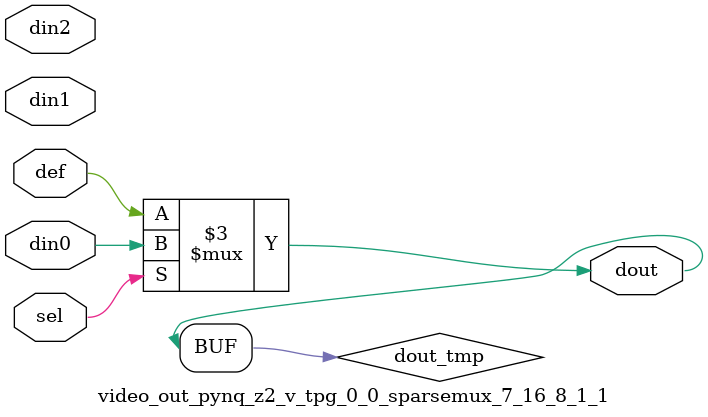
<source format=v>
`timescale 1ns / 1ps

module video_out_pynq_z2_v_tpg_0_0_sparsemux_7_16_8_1_1 (din0,din1,din2,def,sel,dout);

parameter din0_WIDTH = 1;

parameter din1_WIDTH = 1;

parameter din2_WIDTH = 1;

parameter def_WIDTH = 1;
parameter sel_WIDTH = 1;
parameter dout_WIDTH = 1;

parameter [sel_WIDTH-1:0] CASE0 = 1;

parameter [sel_WIDTH-1:0] CASE1 = 1;

parameter [sel_WIDTH-1:0] CASE2 = 1;

parameter ID = 1;
parameter NUM_STAGE = 1;



input [din0_WIDTH-1:0] din0;

input [din1_WIDTH-1:0] din1;

input [din2_WIDTH-1:0] din2;

input [def_WIDTH-1:0] def;
input [sel_WIDTH-1:0] sel;

output [dout_WIDTH-1:0] dout;



reg [dout_WIDTH-1:0] dout_tmp;


always @ (*) begin
(* parallel_case *) case (sel)
    
    CASE0 : dout_tmp = din0;
    
    CASE1 : dout_tmp = din1;
    
    CASE2 : dout_tmp = din2;
    
    default : dout_tmp = def;
endcase
end


assign dout = dout_tmp;



endmodule

</source>
